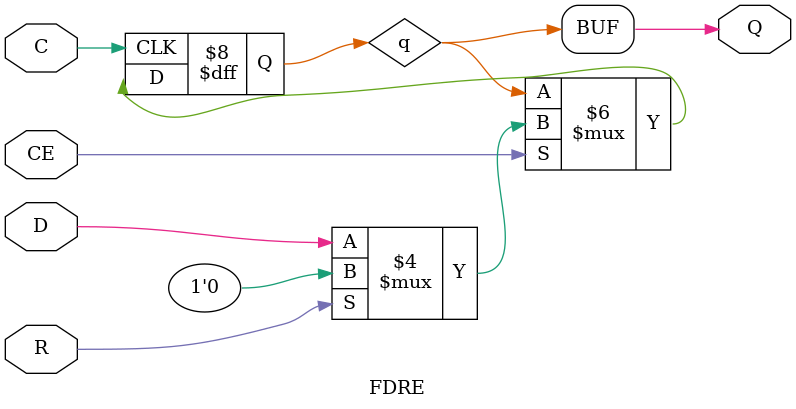
<source format=v>

module LUT1 #(
    parameter INIT = 2'h0
) (
    input  I0,
    output O
);
  assign O = INIT[I0];
endmodule

module LUT2 #(
    parameter INIT = 4'h0
) (
    input  I0,
    input  I1,
    output O
);
  assign O = INIT[{I1, I0}];
endmodule


module LUT3 #(
    parameter INIT = 8'h00
) (
    input  I0,
    input  I1,
    input  I2,
    output O
);
  assign O = INIT[{I2, I1, I0}];
endmodule

module LUT4 #(
    parameter INIT = 16'h0000
) (
    input  I0,
    input  I1,
    input  I2,
    input  I3,
    output O
);
  assign O = INIT[{I3, I2, I1, I0}];
endmodule

module LUT5 #(
    parameter INIT = 32'h00000000
) (
    input  I0,
    input  I1,
    input  I2,
    input  I3,
    input  I4,
    output O
);
  assign O = INIT[{I4, I3, I2, I1, I0}];
endmodule

module LUT6 #(
    parameter INIT = 64'h0000000000000000
) (
    input  I0,
    input  I1,
    input  I2,
    input  I3,
    input  I4,
    input  I5,
    output O
);
  assign O = INIT[{I5, I4, I3, I2, I1, I0}];
endmodule

module AND2 (
    input  A,
    input  B,
    output Y
);
  assign Y = A & B;
endmodule

module NAND2 (
    input  A,
    input  B,
    output Y
);
  assign Y = ~(A & B);
endmodule


module NOR2 (
    input  A,
    input  B,
    output Y
);
  assign Y = ~(A | B);
endmodule

module OR2 (
    input  A,
    input  B,
    output Y
);
  assign Y = A | B;
endmodule

module XOR2 (
    input  A,
    input  B,
    output Y
);
  assign Y = A ^ B;
endmodule

module AND (
    input  A,
    input  B,
    output Y
);
  assign Y = A & B;
endmodule

module NAND (
    input  A,
    input  B,
    output Y
);
  assign Y = ~(A & B);
endmodule


module NOR (
    input  A,
    input  B,
    output Y
);
  assign Y = ~(A | B);
endmodule

module OR (
    input  A,
    input  B,
    output Y
);
  assign Y = A | B;
endmodule

module XOR (
    input  A,
    input  B,
    output Y
);
  assign Y = A ^ B;
endmodule

module NOT (
    input  A,
    output Y
);
  assign Y = ~A;
endmodule

module INV (
    input  I,
    output O
);
  assign O = ~I;
endmodule

module MUX (
    input  A,
    input  B,
    input  S,
    output Y
);
  assign Y = S ? A : B;
endmodule


module FDRE #(
    parameter INIT = 0
) (
    input  C,
    input  CE,
    input  D,
    input  R,
    output Q
);
  reg q;
  always @(posedge C) begin
    if (CE) begin
      if (R) begin
        q <= INIT;
      end else begin
        q <= D;
      end
    end
  end

  initial begin
    q = INIT;
  end

  assign Q = q;
endmodule

</source>
